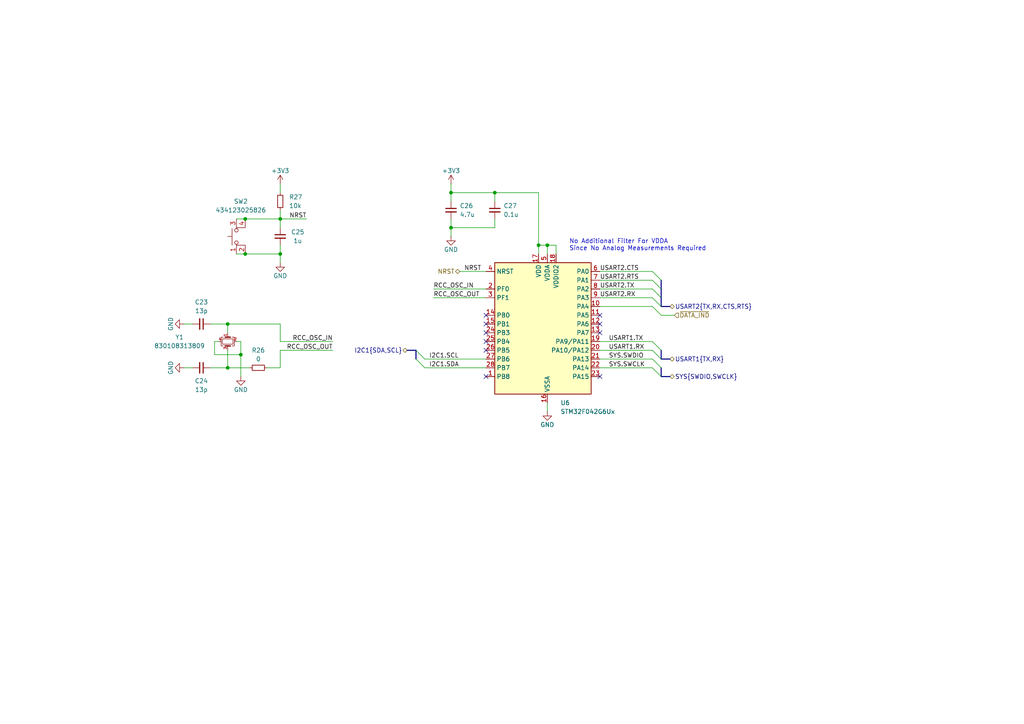
<source format=kicad_sch>
(kicad_sch (version 20250114) (generator "eeschema") (generator_version "9.0")
  (paper "A4")
  (title_block (date "2025-07-11") (rev "V1.0") (company "Taipei Tech Racing") (comment 1 "design by Chen"))
  (lib_symbols
    (symbol "Device:C_Small" (pin_numbers (hide yes)) (pin_names (offset 0.254) (hide yes))
      (property "Reference" "C" (at 0.254 1.778 0))
      (property "Value" "C_Small" (at 0.254 -2.032 0))
      (symbol "C_Small_0_1"
        (polyline (pts (xy -1.524 0.508) (xy 1.524 0.508)) (stroke (width 0.3048)))
        (polyline (pts (xy -1.524 -0.508) (xy 1.524 -0.508)) (stroke (width 0.3302)))
      )
      (symbol "C_Small_1_1"
        (pin passive line (at 0 2.54 270) (length 2.032) (name "~") (number "1"))
        (pin passive line (at 0 -2.54 90) (length 2.032) (name "~") (number "2"))
      )
    )
    (symbol "Device:Crystal_GND24_Small" (pin_names (offset 1.016) (hide yes))
      (property "Reference" "Y" (at 1.27 4.445 0))
      (property "Value" "Crystal_GND24_Small" (at 1.27 2.54 0))
      (symbol "Crystal_GND24_Small_0_1"
        (polyline (pts (xy -1.27 1.27) (xy -1.27 1.905) (xy 1.27 1.905) (xy 1.27 1.27)))
        (polyline (pts (xy -1.27 -0.762) (xy -1.27 0.762)) (stroke (width 0.381)))
        (polyline (pts (xy -1.27 -1.27) (xy -1.27 -1.905) (xy 1.27 -1.905) (xy 1.27 -1.27)))
        (rectangle (start -0.762 -1.524) (end 0.762 1.524))
        (polyline (pts (xy 1.27 -0.762) (xy 1.27 0.762)) (stroke (width 0.381)))
      )
      (symbol "Crystal_GND24_Small_1_1"
        (pin passive line (at -2.54 0 0) (length 1.27) (name "1") (number "1"))
        (pin passive line (at 0 2.54 270) (length 0.635) (name "4") (number "4"))
        (pin passive line (at 0 -2.54 90) (length 0.635) (name "2") (number "2"))
        (pin passive line (at 2.54 0 180) (length 1.27) (name "3") (number "3"))
      )
    )
    (symbol "Device:R_Small" (pin_numbers (hide yes)) (pin_names (offset 0.254) (hide yes))
      (property "Reference" "R" (at 0 0 90))
      (property "Value" "R_Small" (at 1.778 0 90))
      (symbol "R_Small_0_1"
        (rectangle (start -0.762 1.778) (end 0.762 -1.778) (stroke (width 0.2032)))
      )
      (symbol "R_Small_1_1"
        (pin passive line (at 0 2.54 270) (length 0.762) (name "~") (number "1"))
        (pin passive line (at 0 -2.54 90) (length 0.762) (name "~") (number "2"))
      )
    )
    (symbol "MCU_ST_STM32F0:STM32F042G6Ux"
      (property "Reference" "U" (at -12.7 21.59 0))
      (property "Value" "STM32F042G6Ux" (at 7.62 21.59 0))
      (symbol "STM32F042G6Ux_0_1"
        (rectangle (start -12.7 -17.78) (end 15.24 20.32) (stroke (width 0.254)) (fill (type background)))
      )
      (symbol "STM32F042G6Ux_1_1"
        (pin input line (at -15.24 17.78 0) (length 2.54) (name "NRST") (number "4"))
        (pin bidirectional line (at -15.24 12.7 0) (length 2.54) (name "PF0") (number "2"))
        (pin bidirectional line (at -15.24 10.16 0) (length 2.54) (name "PF1") (number "3"))
        (pin bidirectional line (at -15.24 5.08 0) (length 2.54) (name "PB0") (number "14"))
        (pin bidirectional line (at -15.24 2.54 0) (length 2.54) (name "PB1") (number "15"))
        (pin bidirectional line (at -15.24 0 0) (length 2.54) (name "PB3") (number "24"))
        (pin bidirectional line (at -15.24 -2.54 0) (length 2.54) (name "PB4") (number "25"))
        (pin bidirectional line (at -15.24 -5.08 0) (length 2.54) (name "PB5") (number "26"))
        (pin bidirectional line (at -15.24 -7.62 0) (length 2.54) (name "PB6") (number "27"))
        (pin bidirectional line (at -15.24 -10.16 0) (length 2.54) (name "PB7") (number "28"))
        (pin bidirectional line (at -15.24 -12.7 0) (length 2.54) (name "PB8") (number "1"))
        (pin power_in line (at 0 22.86 270) (length 2.54) (name "VDD") (number "17"))
        (pin power_in line (at 2.54 22.86 270) (length 2.54) (name "VDDA") (number "5"))
        (pin power_in line (at 2.54 -20.32 90) (length 2.54) (name "VSSA") (number "16"))
        (pin power_in line (at 5.08 22.86 270) (length 2.54) (name "VDDIO2") (number "18"))
        (pin bidirectional line (at 17.78 17.78 180) (length 2.54) (name "PA0") (number "6"))
        (pin bidirectional line (at 17.78 15.24 180) (length 2.54) (name "PA1") (number "7"))
        (pin bidirectional line (at 17.78 12.7 180) (length 2.54) (name "PA2") (number "8"))
        (pin bidirectional line (at 17.78 10.16 180) (length 2.54) (name "PA3") (number "9"))
        (pin bidirectional line (at 17.78 7.62 180) (length 2.54) (name "PA4") (number "10"))
        (pin bidirectional line (at 17.78 5.08 180) (length 2.54) (name "PA5") (number "11"))
        (pin bidirectional line (at 17.78 2.54 180) (length 2.54) (name "PA6") (number "12"))
        (pin bidirectional line (at 17.78 0 180) (length 2.54) (name "PA7") (number "13"))
        (pin bidirectional line (at 17.78 -2.54 180) (length 2.54) (name "PA9/PA11") (number "19"))
        (pin bidirectional line (at 17.78 -5.08 180) (length 2.54) (name "PA10/PA12") (number "20"))
        (pin bidirectional line (at 17.78 -7.62 180) (length 2.54) (name "PA13") (number "21"))
        (pin bidirectional line (at 17.78 -10.16 180) (length 2.54) (name "PA14") (number "22"))
        (pin bidirectional line (at 17.78 -12.7 180) (length 2.54) (name "PA15") (number "23"))
      )
    )
    (symbol "R_Small_1" (pin_numbers (hide yes)) (pin_names (offset 0.254) (hide yes))
      (property "Reference" "R" (at 0 0 90))
      (property "Value" "R_Small" (at 1.778 0 90))
      (symbol "R_Small_1_0_1"
        (rectangle (start -0.762 1.778) (end 0.762 -1.778) (stroke (width 0.2032)))
      )
      (symbol "R_Small_1_1_1"
        (pin passive line (at 0 2.54 270) (length 0.762) (name "~") (number "1"))
        (pin passive line (at 0 -2.54 90) (length 0.762) (name "~") (number "2"))
      )
    )
    (symbol "TTR:434123025826"
      (property "Reference" "SW" (at 0 7.62 0))
      (property "Value" "434123025826" (at 0 5.08 0))
      (symbol "434123025826_0_1"
        (polyline (pts (xy -2.54 2.54) (xy 2.286 2.54)))
        (polyline (pts (xy -2.54 -1.27) (xy -2.54 1.27) (xy -2.286 1.27)))
        (circle (center -1.778 1.27) (radius 0.508))
        (polyline (pts (xy 0 2.54) (xy 0 3.81)))
        (circle (center 1.778 1.27) (radius 0.508))
        (polyline (pts (xy 2.54 -1.27) (xy 2.54 1.27) (xy 2.286 1.27)))
      )
      (symbol "434123025826_1_1"
        (pin passive line (at -5.08 1.27 0) (length 2.54) (name "") (number "1"))
        (pin passive line (at -5.08 -1.27 0) (length 2.54) (name "") (number "2"))
        (pin passive line (at 5.08 1.27 180) (length 2.54) (name "") (number "3"))
        (pin passive line (at 5.08 -1.27 180) (length 2.54) (name "") (number "4"))
      )
    )
    (symbol "power:+3V3" (power) (pin_numbers (hide yes)) (pin_names (offset 0) (hide yes))
      (property "Value" "+3V3" (at 0 3.556 0))
      (symbol "+3V3_0_1"
        (polyline (pts (xy -0.762 1.27) (xy 0 2.54)))
        (polyline (pts (xy 0 2.54) (xy 0.762 1.27)))
        (polyline (pts (xy 0 0) (xy 0 2.54)))
      )
      (symbol "+3V3_1_1"
        (pin power_in line (at 0 0 90) (length 0) (name "~") (number "1"))
      )
    )
    (symbol "power:GND" (power) (pin_numbers (hide yes)) (pin_names (offset 0) (hide yes))
      (property "Value" "GND" (at 0 -3.81 0))
      (symbol "GND_0_1"
        (polyline (pts (xy 0 0) (xy 0 -1.27) (xy 1.27 -1.27) (xy 0 -2.54) (xy -1.27 -1.27) (xy 0 -1.27)))
      )
      (symbol "GND_1_1"
        (pin power_in line (at 0 0 270) (length 0) (name "~") (number "1"))
      )
    )
  )
  (text "No Additional Filter For VDDA\nSince No Analog Measurements Required" (at 165.1 71.12 0) (effects (font (size 1.27 1.27)) (justify left)))
  (junction (at 81.28 63.5))
  (junction (at 81.28 73.66))
  (junction (at 66.04 106.68))
  (junction (at 69.85 102.87))
  (junction (at 143.51 55.88))
  (junction (at 158.75 71.12))
  (junction (at 71.12 73.66))
  (junction (at 71.12 63.5))
  (junction (at 130.81 55.88))
  (junction (at 130.81 66.04))
  (junction (at 156.21 71.12))
  (junction (at 66.04 93.98))
  (no_connect (at 173.99 96.52))
  (no_connect (at 173.99 91.44))
  (no_connect (at 140.97 96.52))
  (no_connect (at 173.99 93.98))
  (no_connect (at 173.99 109.22))
  (no_connect (at 140.97 91.44))
  (no_connect (at 140.97 93.98))
  (no_connect (at 140.97 99.06))
  (no_connect (at 140.97 109.22))
  (no_connect (at 140.97 101.6))
  (bus_entry (at 120.65 104.14) (size 2.54 2.54))
  (bus_entry (at 189.23 86.36) (size 2.54 2.54))
  (bus_entry (at 189.23 88.9) (size 2.54 2.54))
  (bus_entry (at 189.23 78.74) (size 2.54 2.54))
  (bus_entry (at 189.23 99.06) (size 2.54 2.54))
  (bus_entry (at 120.65 101.6) (size 2.54 2.54))
  (bus_entry (at 189.23 106.68) (size 2.54 2.54))
  (bus_entry (at 189.23 104.14) (size 2.54 2.54))
  (bus_entry (at 189.23 101.6) (size 2.54 2.54))
  (bus_entry (at 189.23 81.28) (size 2.54 2.54))
  (bus_entry (at 189.23 83.82) (size 2.54 2.54))
  (wire (pts (xy 130.81 55.88) (xy 143.51 55.88)))
  (wire (pts (xy 81.28 101.6) (xy 81.28 106.68)))
  (wire (pts (xy 68.58 73.66) (xy 71.12 73.66)))
  (wire (pts (xy 81.28 101.6) (xy 96.52 101.6)))
  (bus (pts (xy 118.11 101.6) (xy 120.65 101.6)))
  (bus (pts (xy 191.77 106.68) (xy 191.77 109.22)))
  (wire (pts (xy 81.28 63.5) (xy 88.9 63.5)))
  (wire (pts (xy 96.52 99.06) (xy 81.28 99.06)))
  (wire (pts (xy 173.99 106.68) (xy 189.23 106.68)))
  (wire (pts (xy 69.85 109.22) (xy 69.85 102.87)))
  (wire (pts (xy 158.75 116.84) (xy 158.75 119.38)))
  (wire (pts (xy 71.12 73.66) (xy 81.28 73.66)))
  (wire (pts (xy 130.81 63.5) (xy 130.81 66.04)))
  (bus (pts (xy 191.77 86.36) (xy 191.77 88.9)))
  (wire (pts (xy 123.19 106.68) (xy 140.97 106.68)))
  (wire (pts (xy 130.81 66.04) (xy 143.51 66.04)))
  (wire (pts (xy 130.81 58.42) (xy 130.81 55.88)))
  (bus (pts (xy 191.77 88.9) (xy 194.31 88.9)))
  (wire (pts (xy 71.12 63.5) (xy 81.28 63.5)))
  (bus (pts (xy 191.77 101.6) (xy 191.77 104.14)))
  (wire (pts (xy 81.28 53.34) (xy 81.28 55.88)))
  (wire (pts (xy 158.75 71.12) (xy 156.21 71.12)))
  (wire (pts (xy 81.28 60.96) (xy 81.28 63.5)))
  (wire (pts (xy 68.58 63.5) (xy 71.12 63.5)))
  (wire (pts (xy 69.85 102.87) (xy 69.85 99.06)))
  (wire (pts (xy 133.35 78.74) (xy 140.97 78.74)))
  (wire (pts (xy 69.85 99.06) (xy 68.58 99.06)))
  (wire (pts (xy 173.99 81.28) (xy 189.23 81.28)))
  (bus (pts (xy 191.77 83.82) (xy 191.77 86.36)))
  (wire (pts (xy 66.04 106.68) (xy 72.39 106.68)))
  (wire (pts (xy 53.34 93.98) (xy 55.88 93.98)))
  (wire (pts (xy 161.29 73.66) (xy 161.29 71.12)))
  (wire (pts (xy 130.81 66.04) (xy 130.81 68.58)))
  (wire (pts (xy 123.19 104.14) (xy 140.97 104.14)))
  (wire (pts (xy 62.23 99.06) (xy 62.23 102.87)))
  (wire (pts (xy 125.73 86.36) (xy 140.97 86.36)))
  (wire (pts (xy 143.51 66.04) (xy 143.51 63.5)))
  (bus (pts (xy 191.77 104.14) (xy 194.31 104.14)))
  (wire (pts (xy 173.99 101.6) (xy 189.23 101.6)))
  (wire (pts (xy 143.51 55.88) (xy 143.51 58.42)))
  (wire (pts (xy 173.99 83.82) (xy 189.23 83.82)))
  (wire (pts (xy 63.5 99.06) (xy 62.23 99.06)))
  (wire (pts (xy 81.28 71.12) (xy 81.28 73.66)))
  (wire (pts (xy 156.21 55.88) (xy 143.51 55.88)))
  (wire (pts (xy 66.04 106.68) (xy 60.96 106.68)))
  (wire (pts (xy 158.75 71.12) (xy 158.75 73.66)))
  (wire (pts (xy 62.23 102.87) (xy 69.85 102.87)))
  (wire (pts (xy 81.28 99.06) (xy 81.28 93.98)))
  (wire (pts (xy 173.99 88.9) (xy 189.23 88.9)))
  (wire (pts (xy 81.28 106.68) (xy 77.47 106.68)))
  (wire (pts (xy 130.81 53.34) (xy 130.81 55.88)))
  (wire (pts (xy 156.21 71.12) (xy 156.21 55.88)))
  (wire (pts (xy 161.29 71.12) (xy 158.75 71.12)))
  (wire (pts (xy 173.99 99.06) (xy 189.23 99.06)))
  (bus (pts (xy 120.65 101.6) (xy 120.65 104.14)))
  (wire (pts (xy 125.73 83.82) (xy 140.97 83.82)))
  (wire (pts (xy 66.04 93.98) (xy 60.96 93.98)))
  (bus (pts (xy 191.77 81.28) (xy 191.77 83.82)))
  (bus (pts (xy 191.77 109.22) (xy 194.31 109.22)))
  (wire (pts (xy 173.99 104.14) (xy 189.23 104.14)))
  (wire (pts (xy 81.28 93.98) (xy 66.04 93.98)))
  (wire (pts (xy 156.21 73.66) (xy 156.21 71.12)))
  (wire (pts (xy 173.99 78.74) (xy 189.23 78.74)))
  (wire (pts (xy 173.99 86.36) (xy 189.23 86.36)))
  (wire (pts (xy 66.04 101.6) (xy 66.04 106.68)))
  (wire (pts (xy 53.34 106.68) (xy 55.88 106.68)))
  (wire (pts (xy 81.28 63.5) (xy 81.28 66.04)))
  (wire (pts (xy 66.04 93.98) (xy 66.04 96.52)))
  (wire (pts (xy 191.77 91.44) (xy 195.58 91.44)))
  (wire (pts (xy 81.28 73.66) (xy 81.28 76.2)))
  (label "RCC_OSC_IN" (at 125.73 83.82 0))
  (label "NRST" (at 134.62 78.74 0))
  (label "NRST" (at 88.9 63.5 180))
  (label "I2C1.SCL" (at 124.46 104.14 0))
  (label "I2C1.SDA" (at 124.46 106.68 0))
  (label "USART1.TX" (at 176.53 99.06 0))
  (label "USART1.RX" (at 176.53 101.6 0))
  (label "USART2.RX" (at 173.99 86.36 0))
  (label "USART2.CTS" (at 173.99 78.74 0))
  (label "RCC_OSC_IN" (at 96.52 99.06 180))
  (label "RCC_OSC_OUT" (at 125.73 86.36 0))
  (label "SYS.SWDIO" (at 176.53 104.14 0))
  (label "RCC_OSC_OUT" (at 96.52 101.6 180))
  (label "USART2.TX" (at 173.99 83.82 0))
  (label "SYS.SWCLK" (at 176.53 106.68 0))
  (label "USART2.RTS" (at 173.99 81.28 0))
  (hierarchical_label "USART2{TX,RX,CTS,RTS}" (shape bidirectional) (at 194.31 88.9 0))
  (hierarchical_label "NRST" (shape bidirectional) (at 133.35 78.74 180))
  (hierarchical_label "USART1{TX,RX}" (shape bidirectional) (at 194.31 104.14 0))
  (hierarchical_label "SYS{SWDIO,SWCLK}" (shape bidirectional) (at 194.31 109.22 0))
  (hierarchical_label "~{DATA_IND}" (shape input) (at 195.58 91.44 0))
  (hierarchical_label "I2C1{SDA,SCL}" (shape bidirectional) (at 118.11 101.6 180))
  (symbol (lib_id "Device:C_Small") (at 58.42 106.68 270) (unit 1)
    (property "Reference" "C24" (at 58.42 110.49 90))
    (property "Value" "13p" (at 58.42 113.03 90))
    (property "Footprint" "Capacitor_SMD:C_0603_1608Metric" (effects (hide yes)))
    (property "MOUSER" "80-CBR04C130F5GAC" (effects (hide yes)))
  )
  (symbol (lib_id "power:+3V3") (at 81.28 53.34 0) (unit 1)
    (property "Reference" "#PWR039" (effects (hide yes)))
    (property "Value" "+3V3" (at 81.28 49.53 0))
    (property "Description" "Power symbol creates a global label with name \"+3V3\"" (effects (hide yes)))
  )
  (symbol (lib_id "power:GND") (at 53.34 93.98 270) (unit 1)
    (property "Reference" "#PWR036" (effects (hide yes)))
    (property "Value" "GND" (at 49.53 93.98 0))
    (property "Description" "Power symbol creates a global label with name \"GND\" , ground" (effects (hide yes)))
  )
  (symbol (lib_id "TTR:434123025826") (at 69.85 68.58 90) (unit 1)
    (property "Reference" "SW2" (at 69.85 58.42 90))
    (property "Value" "434123025826" (at 69.85 60.96 90))
    (property "Footprint" "TTR:434123025826" (effects (hide yes)))
    (property "Datasheet" "https://www.we-online.com/components/products/datasheet/434123025826.pdf" (effects (hide yes)))
    (property "WE" "434123025826" (effects (hide yes)))
  )
  (symbol (lib_id "MCU_ST_STM32F0:STM32F042G6Ux") (at 156.21 96.52 0) (unit 1)
    (property "Reference" "U6" (at 162.56 116.84 0) (effects (justify left)))
    (property "Value" "STM32F042G6Ux" (at 162.56 119.38 0) (effects (justify left)))
    (property "Footprint" "Package_DFN_QFN:QFN-28_4x4mm_P0.5mm" (effects (hide yes)))
    (property "Datasheet" "https://www.st.com/resource/en/datasheet/stm32f042g6.pdf" (effects (hide yes)))
    (property "MOUSER" "511-STM32F042G6U6TR" (effects (hide yes)))
  )
  (symbol (lib_id "Device:C_Small") (at 143.51 60.96 0) (unit 1)
    (property "Reference" "C27" (at 146.05 59.6962 0) (effects (justify left)))
    (property "Value" "0.1u" (at 146.05 62.2362 0) (effects (justify left)))
    (property "Footprint" "Capacitor_SMD:C_0603_1608Metric" (effects (hide yes)))
    (property "MOUSER" "80-C0402C104K4P" (effects (hide yes)))
  )
  (symbol (lib_id "Device:C_Small") (at 130.81 60.96 0) (unit 1)
    (property "Reference" "C26" (at 133.35 59.69 0) (effects (justify left)))
    (property "Value" "4.7u" (at 133.35 62.2363 0) (effects (justify left)))
    (property "Footprint" "Capacitor_SMD:C_0603_1608Metric" (effects (hide yes)))
    (property "MOUSER" "80-C0402C475M9P" (effects (hide yes)))
  )
  (symbol (lib_id "power:GND") (at 69.85 109.22 0) (unit 1)
    (property "Reference" "#PWR038" (effects (hide yes)))
    (property "Value" "GND" (at 69.85 113.03 0))
    (property "Description" "Power symbol creates a global label with name \"GND\" , ground" (effects (hide yes)))
  )
  (symbol (lib_id "Device:C_Small") (at 81.28 68.58 0) (unit 1)
    (property "Reference" "C25" (at 86.36 67.31 0))
    (property "Value" "1u" (at 86.36 69.85 0))
    (property "Footprint" "Capacitor_SMD:C_0603_1608Metric" (effects (hide yes)))
    (property "MOUSER" "80-C0402C105K4P" (effects (hide yes)))
  )
  (symbol (lib_id "power:GND") (at 81.28 76.2 0) (unit 1)
    (property "Reference" "#PWR040" (effects (hide yes)))
    (property "Value" "GND" (at 81.28 80.01 0))
    (property "Description" "Power symbol creates a global label with name \"GND\" , ground" (effects (hide yes)))
  )
  (symbol (lib_id "Device:C_Small") (at 58.42 93.98 270) (unit 1)
    (property "Reference" "C23" (at 58.42 87.63 90))
    (property "Value" "13p" (at 58.42 90.17 90))
    (property "Footprint" "Capacitor_SMD:C_0603_1608Metric" (effects (hide yes)))
    (property "MOUSER" "80-CBR04C130F5GAC" (effects (hide yes)))
  )
  (symbol (lib_id "Device:R_Small") (at 74.93 106.68 90) (unit 1)
    (property "Reference" "R26" (at 74.93 101.6 90))
    (property "Value" "0" (at 74.93 104.14 90))
    (property "Footprint" "Resistor_SMD:R_0603_1608Metric" (effects (hide yes)))
    (property "MOUSER" "603-AC0402FR-070RL" (effects (hide yes)))
  )
  (symbol (lib_name "R_Small_1") (lib_id "Device:R_Small") (at 81.28 58.42 180) (unit 1)
    (property "Reference" "R27" (at 83.82 57.15 0) (effects (justify right)))
    (property "Value" "10k" (at 83.82 59.69 0) (effects (justify right)))
    (property "Footprint" "Resistor_SMD:R_0603_1608Metric" (effects (hide yes)))
    (property "MOUSER" "603-AC0402FR-0710KL" (effects (hide yes)))
  )
  (symbol (lib_id "power:GND") (at 158.75 119.38 0) (unit 1)
    (property "Reference" "#PWR043" (effects (hide yes)))
    (property "Value" "GND" (at 158.75 123.19 0))
    (property "Description" "Power symbol creates a global label with name \"GND\" , ground" (effects (hide yes)))
  )
  (symbol (lib_id "power:GND") (at 53.34 106.68 270) (unit 1)
    (property "Reference" "#PWR037" (effects (hide yes)))
    (property "Value" "GND" (at 49.53 106.68 0))
    (property "Description" "Power symbol creates a global label with name \"GND\" , ground" (effects (hide yes)))
  )
  (symbol (lib_id "power:+3V3") (at 130.81 53.34 0) (unit 1)
    (property "Reference" "#PWR041" (effects (hide yes)))
    (property "Value" "+3V3" (at 130.81 49.53 0))
    (property "Description" "Power symbol creates a global label with name \"+3V3\"" (effects (hide yes)))
  )
  (symbol (lib_id "power:GND") (at 130.81 68.58 0) (unit 1)
    (property "Reference" "#PWR042" (effects (hide yes)))
    (property "Value" "GND" (at 130.81 72.39 0))
    (property "Description" "Power symbol creates a global label with name \"GND\" , ground" (effects (hide yes)))
  )
  (symbol (lib_id "Device:Crystal_GND24_Small") (at 66.04 99.06 90) (mirror x) (unit 1)
    (property "Reference" "Y1" (at 52.07 97.79 90))
    (property "Value" "830108313809" (at 52.07 100.33 90))
    (property "Footprint" "TTR:WE-CFPX-180" (effects (hide yes)))
    (property "WE" "830108313809" (effects (hide yes)))
  )
)
</source>
